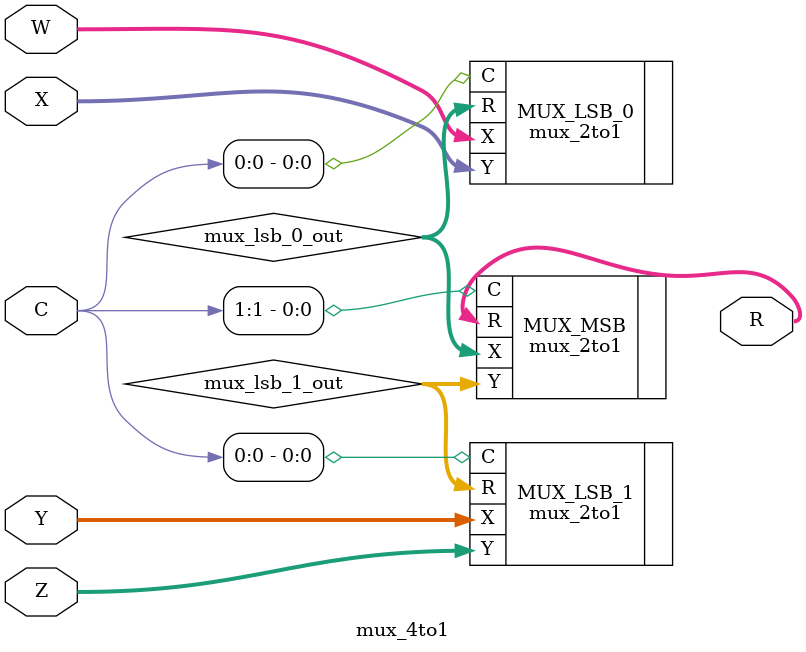
<source format=v>
`timescale 1ns / 1ps
`default_nettype none
module mux_4to1(W,X,Y,Z,C,R);
   // Paramter for the width of buses.
   parameter N = 32;
   
	//port definitions
	input  wire [(N-1):0] W, X, Y, Z;
	input  wire [1:0]     C;
	output wire [(N-1):0] R;
   
   // Wire together three 2-to-1 muxes, with the first two deciding based on
   // the first bit, and the third deciding based on the most significant bit.
   wire [(N-1):0] mux_lsb_0_out, mux_lsb_1_out;
   mux_2to1 #(.N(N)) MUX_LSB_0 (.X(W), .Y(X), .C(C[0]), .R(mux_lsb_0_out));
   mux_2to1 #(.N(N)) MUX_LSB_1 (.X(Y), .Y(Z), .C(C[0]), .R(mux_lsb_1_out));
   mux_2to1 #(.N(N)) MUX_MSB (.X(mux_lsb_0_out), .Y(mux_lsb_1_out), .C(C[1]), .R(R));

endmodule
`default_nettype wire

</source>
